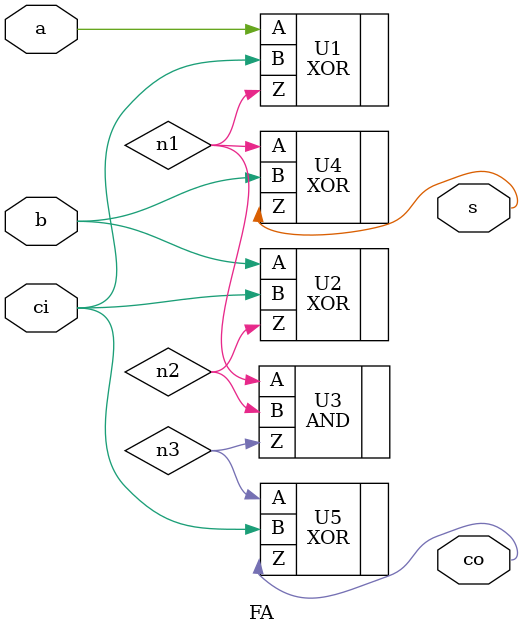
<source format=v>
`timescale 1ns / 1ps
module sum
#(
	parameter N=8,
	parameter CC=1
)
( 
	clk,
	rst,
	a,
	b,
	c
);
	input clk, rst;
	input  [N/CC-1:0] a;
	input  [N/CC-1:0] b;
	output [N/CC-1:0] c;
	

	reg carry_on; 
	wire carry_on_d;


	generate
	if(CC>1)
	begin
		always@(posedge clk or posedge rst)
		begin
			if(rst)
				carry_on <= 0;
			else
				carry_on <= carry_on_d;
		end
	end
	endgenerate

	generate
	if(CC>1)
	begin
		//assign {carry_on_d, c} = a + b + carry_on;
		ADD 
		#(
			.N(N/CC)
		)
		ADD_
		(
			.a(a),
			.b(b),
			.ci(carry_on),
			.s(c),
			.co(carry_on_d)
		);
	end
	else
	begin
		//assign c = a + b;
		ADD 
		#(
			.N(N/CC)
		)
		ADD_
		(
			.a(a),
			.b(b),
			.ci(1'b0),
			.s(c),
			.co()
		);
	end
	endgenerate
endmodule


module ADD
#(
	parameter N=8
)
(
	a,
	b,
	ci,
	s, 
	co
);

	input [N-1:0] a;
	input [N-1:0] b;
	input ci;
	output co;
	output [N-1:0] s;

	wire c[N:0];

	assign c[0] = ci;
	assign co = c[N];
	
	genvar g;
	
	generate
	for(g=0;g<N;g=g+1)
	begin:FAINST
		FA
		FA_
		(
			.a(a[g]), 
			.b(b[g]), 
			.ci(c[g]), 
			.s(s[g]), 
			.co(c[g+1])
		);
	end
	endgenerate

endmodule


module FA
( 
	a,
	b,
	ci,
	s,
	co
);

	input a;
	input b;
	input ci;
	output co;
	output s;

	wire n1, n2, n3;
	
	
	XOR U1 ( .A(a), .B(ci), .Z(n1) );
	XOR U2 ( .A(b), .B(ci), .Z(n2) );
	AND U3 ( .A(n1), .B(n2), .Z(n3) );
	XOR U4 ( .A(n1), .B(b), .Z(s) );
	XOR U5 ( .A(n3), .B(ci), .Z(co) );
	
	//assign n1 = a^ci;
	//assign n2 = b^ci;
	//assign n3 = n1&n2;
	//assign s  = n1^b;
	//assign co = n3^ci;
	
	
endmodule

</source>
